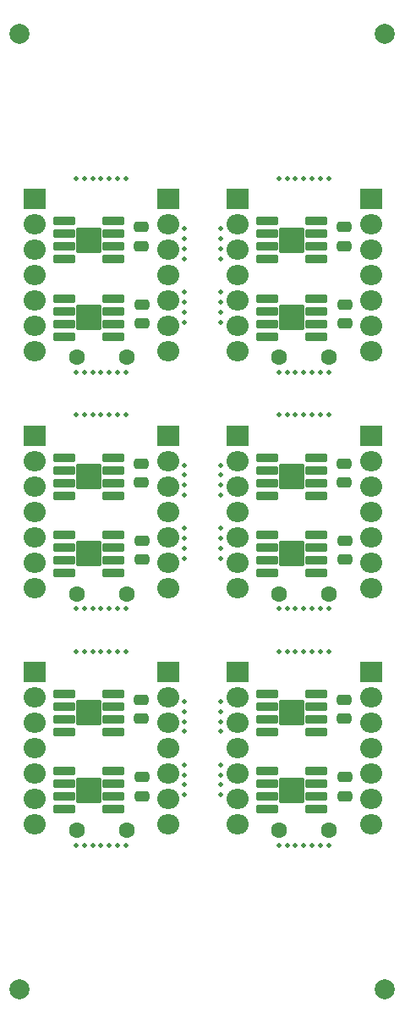
<source format=gbr>
%TF.GenerationSoftware,KiCad,Pcbnew,8.0.4*%
%TF.CreationDate,2024-09-15T23:07:02-03:00*%
%TF.ProjectId,panelized_TB67,70616e65-6c69-47a6-9564-5f544236372e,rev?*%
%TF.SameCoordinates,Original*%
%TF.FileFunction,Soldermask,Top*%
%TF.FilePolarity,Negative*%
%FSLAX46Y46*%
G04 Gerber Fmt 4.6, Leading zero omitted, Abs format (unit mm)*
G04 Created by KiCad (PCBNEW 8.0.4) date 2024-09-15 23:07:02*
%MOMM*%
%LPD*%
G01*
G04 APERTURE LIST*
G04 Aperture macros list*
%AMRoundRect*
0 Rectangle with rounded corners*
0 $1 Rounding radius*
0 $2 $3 $4 $5 $6 $7 $8 $9 X,Y pos of 4 corners*
0 Add a 4 corners polygon primitive as box body*
4,1,4,$2,$3,$4,$5,$6,$7,$8,$9,$2,$3,0*
0 Add four circle primitives for the rounded corners*
1,1,$1+$1,$2,$3*
1,1,$1+$1,$4,$5*
1,1,$1+$1,$6,$7*
1,1,$1+$1,$8,$9*
0 Add four rect primitives between the rounded corners*
20,1,$1+$1,$2,$3,$4,$5,0*
20,1,$1+$1,$4,$5,$6,$7,0*
20,1,$1+$1,$6,$7,$8,$9,0*
20,1,$1+$1,$8,$9,$2,$3,0*%
G04 Aperture macros list end*
%ADD10RoundRect,0.250000X0.475000X-0.250000X0.475000X0.250000X-0.475000X0.250000X-0.475000X-0.250000X0*%
%ADD11C,0.500000*%
%ADD12RoundRect,0.054880X-1.032120X-0.337120X1.032120X-0.337120X1.032120X0.337120X-1.032120X0.337120X0*%
%ADD13RoundRect,0.102000X-1.142500X-1.142500X1.142500X-1.142500X1.142500X1.142500X-1.142500X1.142500X0*%
%ADD14C,2.000000*%
%ADD15C,1.600000*%
%ADD16R,2.200000X2.000000*%
%ADD17O,2.200000X2.000000*%
G04 APERTURE END LIST*
D10*
%TO.C,C2*%
X142400000Y-64850500D03*
X142400000Y-62950500D03*
%TD*%
D11*
%TO.C,KiKit_MB_5_2*%
X150300000Y-41483834D03*
%TD*%
%TO.C,KiKit_MB_19_6*%
X140016666Y-81750500D03*
%TD*%
%TO.C,KiKit_MB_20_4*%
X138350000Y-101150500D03*
%TD*%
%TO.C,KiKit_MB_21_4*%
X150300000Y-86783833D03*
%TD*%
%TO.C,KiKit_MB_15_7*%
X161150000Y-58100500D03*
%TD*%
%TO.C,KiKit_MB_17_2*%
X146700000Y-87783833D03*
%TD*%
D12*
%TO.C,IC1*%
X154950000Y-70100500D03*
X154950000Y-71370500D03*
X154950000Y-72640500D03*
X154950000Y-73910500D03*
X159890000Y-73910500D03*
X159890000Y-72640500D03*
X159890000Y-71370500D03*
X159890000Y-70100500D03*
D13*
X157420000Y-72005500D03*
%TD*%
D10*
%TO.C,C2*%
X162700000Y-64850500D03*
X162700000Y-62950500D03*
%TD*%
D11*
%TO.C,KiKit_MB_22_2*%
X150300000Y-95117166D03*
%TD*%
%TO.C,KiKit_MB_20_2*%
X140016666Y-101150500D03*
%TD*%
%TO.C,KiKit_MB_7_4*%
X158650000Y-34450500D03*
%TD*%
%TO.C,KiKit_MB_23_3*%
X157816666Y-81750500D03*
%TD*%
%TO.C,KiKit_MB_20_7*%
X135850000Y-101150500D03*
%TD*%
%TO.C,KiKit_MB_19_2*%
X136683334Y-81750500D03*
%TD*%
%TO.C,KiKit_MB_7_6*%
X160316666Y-34450500D03*
%TD*%
%TO.C,KiKit_MB_19_3*%
X137516667Y-81750500D03*
%TD*%
%TO.C,KiKit_MB_10_3*%
X146700000Y-71467166D03*
%TD*%
%TO.C,KiKit_MB_20_6*%
X136683334Y-101150500D03*
%TD*%
%TO.C,KiKit_MB_3_6*%
X140016666Y-34450500D03*
%TD*%
%TO.C,KiKit_MB_16_5*%
X157816666Y-77500500D03*
%TD*%
%TO.C,KiKit_MB_4_7*%
X135850000Y-53850500D03*
%TD*%
%TO.C,KiKit_MB_22_3*%
X150300000Y-94117166D03*
%TD*%
%TO.C,KiKit_MB_5_1*%
X150300000Y-42483834D03*
%TD*%
%TO.C,KiKit_MB_3_1*%
X135850000Y-34450500D03*
%TD*%
%TO.C,KiKit_MB_11_5*%
X139183333Y-58100500D03*
%TD*%
%TO.C,KiKit_MB_2_3*%
X146700000Y-47817166D03*
%TD*%
D12*
%TO.C,IC2*%
X154950000Y-62360500D03*
X154950000Y-63630500D03*
X154950000Y-64900500D03*
X154950000Y-66170500D03*
X159890000Y-66170500D03*
X159890000Y-64900500D03*
X159890000Y-63630500D03*
X159890000Y-62360500D03*
D13*
X157420000Y-64265500D03*
%TD*%
D11*
%TO.C,KiKit_MB_4_2*%
X140016666Y-53850500D03*
%TD*%
%TO.C,KiKit_MB_7_2*%
X156983333Y-34450500D03*
%TD*%
D14*
%TO.C,KiKit_TO_1*%
X130200000Y-20000000D03*
%TD*%
D11*
%TO.C,KiKit_MB_24_7*%
X156150000Y-101150500D03*
%TD*%
%TO.C,KiKit_MB_14_1*%
X150300000Y-72467166D03*
%TD*%
%TO.C,KiKit_MB_11_3*%
X137516667Y-58100500D03*
%TD*%
%TO.C,KiKit_MB_21_1*%
X150300000Y-89783833D03*
%TD*%
D12*
%TO.C,IC2*%
X154950000Y-86010500D03*
X154950000Y-87280500D03*
X154950000Y-88550500D03*
X154950000Y-89820500D03*
X159890000Y-89820500D03*
X159890000Y-88550500D03*
X159890000Y-87280500D03*
X159890000Y-86010500D03*
D13*
X157420000Y-87915500D03*
%TD*%
D11*
%TO.C,KiKit_MB_8_4*%
X158650000Y-53850500D03*
%TD*%
%TO.C,KiKit_MB_7_7*%
X161150000Y-34450500D03*
%TD*%
%TO.C,KiKit_MB_23_7*%
X161150000Y-81750500D03*
%TD*%
D12*
%TO.C,IC1*%
X154950000Y-46450500D03*
X154950000Y-47720500D03*
X154950000Y-48990500D03*
X154950000Y-50260500D03*
X159890000Y-50260500D03*
X159890000Y-48990500D03*
X159890000Y-47720500D03*
X159890000Y-46450500D03*
D13*
X157420000Y-48355500D03*
%TD*%
D11*
%TO.C,KiKit_MB_21_2*%
X150300000Y-88783833D03*
%TD*%
%TO.C,KiKit_MB_12_5*%
X137516667Y-77500500D03*
%TD*%
%TO.C,KiKit_MB_3_2*%
X136683334Y-34450500D03*
%TD*%
%TO.C,KiKit_MB_4_5*%
X137516667Y-53850500D03*
%TD*%
D10*
%TO.C,C1*%
X142500000Y-96250500D03*
X142500000Y-94350500D03*
%TD*%
D11*
%TO.C,KiKit_MB_22_1*%
X150300000Y-96117166D03*
%TD*%
%TO.C,KiKit_MB_13_2*%
X150300000Y-65133833D03*
%TD*%
D10*
%TO.C,C2*%
X142400000Y-88500500D03*
X142400000Y-86600500D03*
%TD*%
D11*
%TO.C,KiKit_MB_3_3*%
X137516667Y-34450500D03*
%TD*%
D15*
%TO.C,C3*%
X161200000Y-52350500D03*
X156200000Y-52350500D03*
%TD*%
D11*
%TO.C,KiKit_MB_24_6*%
X156983333Y-101150500D03*
%TD*%
%TO.C,KiKit_MB_9_2*%
X146700000Y-64133833D03*
%TD*%
%TO.C,KiKit_MB_18_4*%
X146700000Y-96117166D03*
%TD*%
%TO.C,KiKit_MB_10_2*%
X146700000Y-70467166D03*
%TD*%
%TO.C,KiKit_MB_23_4*%
X158650000Y-81750500D03*
%TD*%
%TO.C,KiKit_MB_8_3*%
X159483333Y-53850500D03*
%TD*%
%TO.C,KiKit_MB_9_1*%
X146700000Y-63133833D03*
%TD*%
%TO.C,KiKit_MB_21_3*%
X150300000Y-87783833D03*
%TD*%
D10*
%TO.C,C1*%
X142500000Y-72600500D03*
X142500000Y-70700500D03*
%TD*%
D12*
%TO.C,IC2*%
X134650000Y-38710500D03*
X134650000Y-39980500D03*
X134650000Y-41250500D03*
X134650000Y-42520500D03*
X139590000Y-42520500D03*
X139590000Y-41250500D03*
X139590000Y-39980500D03*
X139590000Y-38710500D03*
D13*
X137120000Y-40615500D03*
%TD*%
D11*
%TO.C,KiKit_MB_6_1*%
X150300000Y-48817166D03*
%TD*%
D12*
%TO.C,IC2*%
X134650000Y-62360500D03*
X134650000Y-63630500D03*
X134650000Y-64900500D03*
X134650000Y-66170500D03*
X139590000Y-66170500D03*
X139590000Y-64900500D03*
X139590000Y-63630500D03*
X139590000Y-62360500D03*
D13*
X137120000Y-64265500D03*
%TD*%
D11*
%TO.C,KiKit_MB_12_2*%
X140016666Y-77500500D03*
%TD*%
%TO.C,KiKit_MB_18_1*%
X146700000Y-93117166D03*
%TD*%
%TO.C,KiKit_MB_15_1*%
X156150000Y-58100500D03*
%TD*%
%TO.C,KiKit_MB_24_1*%
X161150000Y-101150500D03*
%TD*%
%TO.C,KiKit_MB_1_4*%
X146700000Y-42483834D03*
%TD*%
%TO.C,KiKit_MB_23_6*%
X160316666Y-81750500D03*
%TD*%
D14*
%TO.C,KiKit_TO_3*%
X130200000Y-115601500D03*
%TD*%
%TO.C,KiKit_TO_4*%
X166800000Y-115601500D03*
%TD*%
D11*
%TO.C,KiKit_MB_4_3*%
X139183333Y-53850500D03*
%TD*%
%TO.C,KiKit_MB_13_1*%
X150300000Y-66133833D03*
%TD*%
%TO.C,KiKit_MB_14_3*%
X150300000Y-70467166D03*
%TD*%
D10*
%TO.C,C1*%
X162800000Y-72600500D03*
X162800000Y-70700500D03*
%TD*%
D11*
%TO.C,KiKit_MB_7_5*%
X159483333Y-34450500D03*
%TD*%
%TO.C,KiKit_MB_13_3*%
X150300000Y-64133833D03*
%TD*%
%TO.C,KiKit_MB_17_3*%
X146700000Y-88783833D03*
%TD*%
%TO.C,KiKit_MB_24_5*%
X157816666Y-101150500D03*
%TD*%
%TO.C,KiKit_MB_24_2*%
X160316666Y-101150500D03*
%TD*%
%TO.C,KiKit_MB_5_3*%
X150300000Y-40483834D03*
%TD*%
%TO.C,KiKit_MB_16_7*%
X156150000Y-77500500D03*
%TD*%
%TO.C,KiKit_MB_18_2*%
X146700000Y-94117166D03*
%TD*%
%TO.C,KiKit_MB_20_1*%
X140850000Y-101150500D03*
%TD*%
D12*
%TO.C,IC2*%
X134650000Y-86010500D03*
X134650000Y-87280500D03*
X134650000Y-88550500D03*
X134650000Y-89820500D03*
X139590000Y-89820500D03*
X139590000Y-88550500D03*
X139590000Y-87280500D03*
X139590000Y-86010500D03*
D13*
X137120000Y-87915500D03*
%TD*%
D11*
%TO.C,KiKit_MB_11_1*%
X135850000Y-58100500D03*
%TD*%
%TO.C,KiKit_MB_17_1*%
X146700000Y-86783833D03*
%TD*%
D10*
%TO.C,C2*%
X162700000Y-88500500D03*
X162700000Y-86600500D03*
%TD*%
D15*
%TO.C,C3*%
X140900000Y-52350500D03*
X135900000Y-52350500D03*
%TD*%
D11*
%TO.C,KiKit_MB_20_3*%
X139183333Y-101150500D03*
%TD*%
%TO.C,KiKit_MB_1_2*%
X146700000Y-40483834D03*
%TD*%
%TO.C,KiKit_MB_24_4*%
X158650000Y-101150500D03*
%TD*%
%TO.C,KiKit_MB_18_3*%
X146700000Y-95117166D03*
%TD*%
D10*
%TO.C,C1*%
X162800000Y-48950500D03*
X162800000Y-47050500D03*
%TD*%
D11*
%TO.C,KiKit_MB_8_2*%
X160316666Y-53850500D03*
%TD*%
%TO.C,KiKit_MB_3_7*%
X140850000Y-34450500D03*
%TD*%
%TO.C,KiKit_MB_12_1*%
X140850000Y-77500500D03*
%TD*%
%TO.C,KiKit_MB_6_3*%
X150300000Y-46817166D03*
%TD*%
D10*
%TO.C,C1*%
X162800000Y-96250500D03*
X162800000Y-94350500D03*
%TD*%
D11*
%TO.C,KiKit_MB_11_2*%
X136683334Y-58100500D03*
%TD*%
D14*
%TO.C,KiKit_TO_2*%
X166800000Y-20000000D03*
%TD*%
D11*
%TO.C,KiKit_MB_9_3*%
X146700000Y-65133833D03*
%TD*%
%TO.C,KiKit_MB_10_4*%
X146700000Y-72467166D03*
%TD*%
%TO.C,KiKit_MB_15_4*%
X158650000Y-58100500D03*
%TD*%
%TO.C,KiKit_MB_16_3*%
X159483333Y-77500500D03*
%TD*%
%TO.C,KiKit_MB_15_2*%
X156983333Y-58100500D03*
%TD*%
D10*
%TO.C,C1*%
X142500000Y-48950500D03*
X142500000Y-47050500D03*
%TD*%
D11*
%TO.C,KiKit_MB_16_1*%
X161150000Y-77500500D03*
%TD*%
%TO.C,KiKit_MB_6_4*%
X150300000Y-45817166D03*
%TD*%
%TO.C,KiKit_MB_14_4*%
X150300000Y-69467166D03*
%TD*%
%TO.C,KiKit_MB_1_1*%
X146700000Y-39483834D03*
%TD*%
%TO.C,KiKit_MB_12_6*%
X136683334Y-77500500D03*
%TD*%
D12*
%TO.C,IC1*%
X154950000Y-93750500D03*
X154950000Y-95020500D03*
X154950000Y-96290500D03*
X154950000Y-97560500D03*
X159890000Y-97560500D03*
X159890000Y-96290500D03*
X159890000Y-95020500D03*
X159890000Y-93750500D03*
D13*
X157420000Y-95655500D03*
%TD*%
D11*
%TO.C,KiKit_MB_16_2*%
X160316666Y-77500500D03*
%TD*%
%TO.C,KiKit_MB_12_7*%
X135850000Y-77500500D03*
%TD*%
%TO.C,KiKit_MB_17_4*%
X146700000Y-89783833D03*
%TD*%
%TO.C,KiKit_MB_19_7*%
X140850000Y-81750500D03*
%TD*%
D12*
%TO.C,IC1*%
X134650000Y-70100500D03*
X134650000Y-71370500D03*
X134650000Y-72640500D03*
X134650000Y-73910500D03*
X139590000Y-73910500D03*
X139590000Y-72640500D03*
X139590000Y-71370500D03*
X139590000Y-70100500D03*
D13*
X137120000Y-72005500D03*
%TD*%
D11*
%TO.C,KiKit_MB_3_4*%
X138350000Y-34450500D03*
%TD*%
%TO.C,KiKit_MB_11_7*%
X140850000Y-58100500D03*
%TD*%
%TO.C,KiKit_MB_13_4*%
X150300000Y-63133833D03*
%TD*%
%TO.C,KiKit_MB_24_3*%
X159483333Y-101150500D03*
%TD*%
%TO.C,KiKit_MB_12_4*%
X138350000Y-77500500D03*
%TD*%
%TO.C,KiKit_MB_2_1*%
X146700000Y-45817166D03*
%TD*%
%TO.C,KiKit_MB_15_6*%
X160316666Y-58100500D03*
%TD*%
%TO.C,KiKit_MB_15_5*%
X159483333Y-58100500D03*
%TD*%
%TO.C,KiKit_MB_11_6*%
X140016666Y-58100500D03*
%TD*%
%TO.C,KiKit_MB_2_2*%
X146700000Y-46817166D03*
%TD*%
%TO.C,KiKit_MB_19_1*%
X135850000Y-81750500D03*
%TD*%
%TO.C,KiKit_MB_19_5*%
X139183333Y-81750500D03*
%TD*%
D12*
%TO.C,IC1*%
X134650000Y-46450500D03*
X134650000Y-47720500D03*
X134650000Y-48990500D03*
X134650000Y-50260500D03*
X139590000Y-50260500D03*
X139590000Y-48990500D03*
X139590000Y-47720500D03*
X139590000Y-46450500D03*
D13*
X137120000Y-48355500D03*
%TD*%
D11*
%TO.C,KiKit_MB_22_4*%
X150300000Y-93117166D03*
%TD*%
%TO.C,KiKit_MB_11_4*%
X138350000Y-58100500D03*
%TD*%
%TO.C,KiKit_MB_8_7*%
X156150000Y-53850500D03*
%TD*%
%TO.C,KiKit_MB_6_2*%
X150300000Y-47817166D03*
%TD*%
%TO.C,KiKit_MB_19_4*%
X138350000Y-81750500D03*
%TD*%
%TO.C,KiKit_MB_23_2*%
X156983333Y-81750500D03*
%TD*%
%TO.C,KiKit_MB_12_3*%
X139183333Y-77500500D03*
%TD*%
%TO.C,KiKit_MB_1_3*%
X146700000Y-41483834D03*
%TD*%
%TO.C,KiKit_MB_23_1*%
X156150000Y-81750500D03*
%TD*%
%TO.C,KiKit_MB_16_4*%
X158650000Y-77500500D03*
%TD*%
D15*
%TO.C,C3*%
X140900000Y-99650500D03*
X135900000Y-99650500D03*
%TD*%
D12*
%TO.C,IC1*%
X134650000Y-93750500D03*
X134650000Y-95020500D03*
X134650000Y-96290500D03*
X134650000Y-97560500D03*
X139590000Y-97560500D03*
X139590000Y-96290500D03*
X139590000Y-95020500D03*
X139590000Y-93750500D03*
D13*
X137120000Y-95655500D03*
%TD*%
D11*
%TO.C,KiKit_MB_8_6*%
X156983333Y-53850500D03*
%TD*%
%TO.C,KiKit_MB_16_6*%
X156983333Y-77500500D03*
%TD*%
D12*
%TO.C,IC2*%
X154950000Y-38710500D03*
X154950000Y-39980500D03*
X154950000Y-41250500D03*
X154950000Y-42520500D03*
X159890000Y-42520500D03*
X159890000Y-41250500D03*
X159890000Y-39980500D03*
X159890000Y-38710500D03*
D13*
X157420000Y-40615500D03*
%TD*%
D11*
%TO.C,KiKit_MB_20_5*%
X137516667Y-101150500D03*
%TD*%
%TO.C,KiKit_MB_8_5*%
X157816666Y-53850500D03*
%TD*%
%TO.C,KiKit_MB_10_1*%
X146700000Y-69467166D03*
%TD*%
%TO.C,KiKit_MB_15_3*%
X157816666Y-58100500D03*
%TD*%
%TO.C,KiKit_MB_8_1*%
X161150000Y-53850500D03*
%TD*%
%TO.C,KiKit_MB_3_5*%
X139183333Y-34450500D03*
%TD*%
%TO.C,KiKit_MB_9_4*%
X146700000Y-66133833D03*
%TD*%
%TO.C,KiKit_MB_7_3*%
X157816666Y-34450500D03*
%TD*%
%TO.C,KiKit_MB_4_6*%
X136683334Y-53850500D03*
%TD*%
%TO.C,KiKit_MB_7_1*%
X156150000Y-34450500D03*
%TD*%
D15*
%TO.C,C3*%
X161200000Y-76000500D03*
X156200000Y-76000500D03*
%TD*%
D11*
%TO.C,KiKit_MB_4_4*%
X138350000Y-53850500D03*
%TD*%
D10*
%TO.C,C2*%
X162700000Y-41200500D03*
X162700000Y-39300500D03*
%TD*%
D11*
%TO.C,KiKit_MB_4_1*%
X140850000Y-53850500D03*
%TD*%
%TO.C,KiKit_MB_2_4*%
X146700000Y-48817166D03*
%TD*%
D15*
%TO.C,C3*%
X161200000Y-99650500D03*
X156200000Y-99650500D03*
%TD*%
D11*
%TO.C,KiKit_MB_5_4*%
X150300000Y-39483834D03*
%TD*%
D10*
%TO.C,C2*%
X142400000Y-41200500D03*
X142400000Y-39300500D03*
%TD*%
D11*
%TO.C,KiKit_MB_23_5*%
X159483333Y-81750500D03*
%TD*%
%TO.C,KiKit_MB_14_2*%
X150300000Y-71467166D03*
%TD*%
D15*
%TO.C,C3*%
X140900000Y-76000500D03*
X135900000Y-76000500D03*
%TD*%
D16*
%TO.C,J2*%
X145090000Y-36510500D03*
D17*
X145090000Y-39050500D03*
X145090000Y-41590500D03*
X145090000Y-44130500D03*
X145090000Y-46670500D03*
X145090000Y-49210500D03*
X145090000Y-51750500D03*
%TD*%
D16*
%TO.C,J1*%
X131700000Y-36510500D03*
D17*
X131700000Y-39050500D03*
X131700000Y-41590500D03*
X131700000Y-44130500D03*
X131700000Y-46670500D03*
X131700000Y-49210500D03*
X131700000Y-51750500D03*
%TD*%
D16*
%TO.C,J1*%
X152000000Y-60160500D03*
D17*
X152000000Y-62700500D03*
X152000000Y-65240500D03*
X152000000Y-67780500D03*
X152000000Y-70320500D03*
X152000000Y-72860500D03*
X152000000Y-75400500D03*
%TD*%
D16*
%TO.C,J1*%
X131700000Y-83810500D03*
D17*
X131700000Y-86350500D03*
X131700000Y-88890500D03*
X131700000Y-91430500D03*
X131700000Y-93970500D03*
X131700000Y-96510500D03*
X131700000Y-99050500D03*
%TD*%
D16*
%TO.C,J2*%
X165390000Y-83810500D03*
D17*
X165390000Y-86350500D03*
X165390000Y-88890500D03*
X165390000Y-91430500D03*
X165390000Y-93970500D03*
X165390000Y-96510500D03*
X165390000Y-99050500D03*
%TD*%
D16*
%TO.C,J2*%
X145090000Y-60160500D03*
D17*
X145090000Y-62700500D03*
X145090000Y-65240500D03*
X145090000Y-67780500D03*
X145090000Y-70320500D03*
X145090000Y-72860500D03*
X145090000Y-75400500D03*
%TD*%
D16*
%TO.C,J2*%
X165390000Y-36510500D03*
D17*
X165390000Y-39050500D03*
X165390000Y-41590500D03*
X165390000Y-44130500D03*
X165390000Y-46670500D03*
X165390000Y-49210500D03*
X165390000Y-51750500D03*
%TD*%
D16*
%TO.C,J2*%
X165390000Y-60160500D03*
D17*
X165390000Y-62700500D03*
X165390000Y-65240500D03*
X165390000Y-67780500D03*
X165390000Y-70320500D03*
X165390000Y-72860500D03*
X165390000Y-75400500D03*
%TD*%
D16*
%TO.C,J1*%
X152000000Y-83810500D03*
D17*
X152000000Y-86350500D03*
X152000000Y-88890500D03*
X152000000Y-91430500D03*
X152000000Y-93970500D03*
X152000000Y-96510500D03*
X152000000Y-99050500D03*
%TD*%
D16*
%TO.C,J2*%
X145090000Y-83810500D03*
D17*
X145090000Y-86350500D03*
X145090000Y-88890500D03*
X145090000Y-91430500D03*
X145090000Y-93970500D03*
X145090000Y-96510500D03*
X145090000Y-99050500D03*
%TD*%
D16*
%TO.C,J1*%
X131700000Y-60160500D03*
D17*
X131700000Y-62700500D03*
X131700000Y-65240500D03*
X131700000Y-67780500D03*
X131700000Y-70320500D03*
X131700000Y-72860500D03*
X131700000Y-75400500D03*
%TD*%
D16*
%TO.C,J1*%
X152000000Y-36510500D03*
D17*
X152000000Y-39050500D03*
X152000000Y-41590500D03*
X152000000Y-44130500D03*
X152000000Y-46670500D03*
X152000000Y-49210500D03*
X152000000Y-51750500D03*
%TD*%
M02*

</source>
